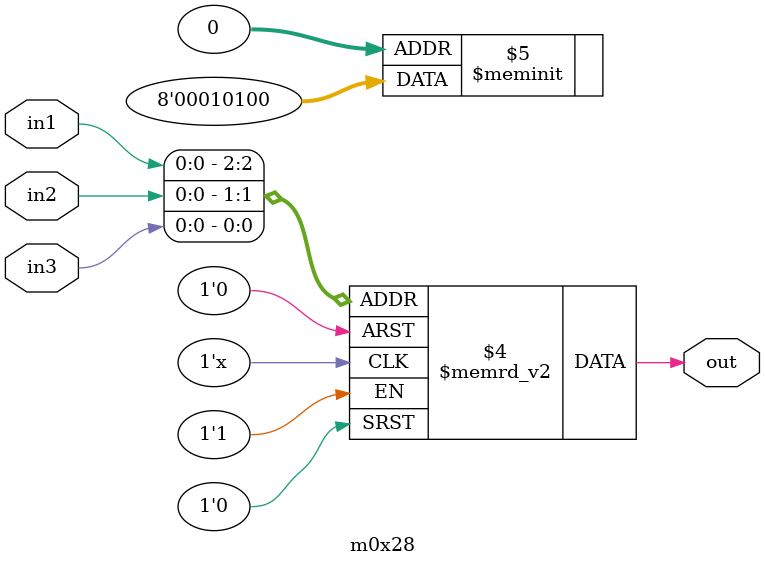
<source format=v>
module m0x28(output out, input in1, in2, in3);

   always @(in1, in2, in3)
     begin
        case({in1, in2, in3})
          3'b000: {out} = 1'b0;
          3'b001: {out} = 1'b0;
          3'b010: {out} = 1'b1;
          3'b011: {out} = 1'b0;
          3'b100: {out} = 1'b1;
          3'b101: {out} = 1'b0;
          3'b110: {out} = 1'b0;
          3'b111: {out} = 1'b0;
        endcase // case ({in1, in2, in3})
     end // always @ (in1, in2, in3)

endmodule // m0x28
</source>
